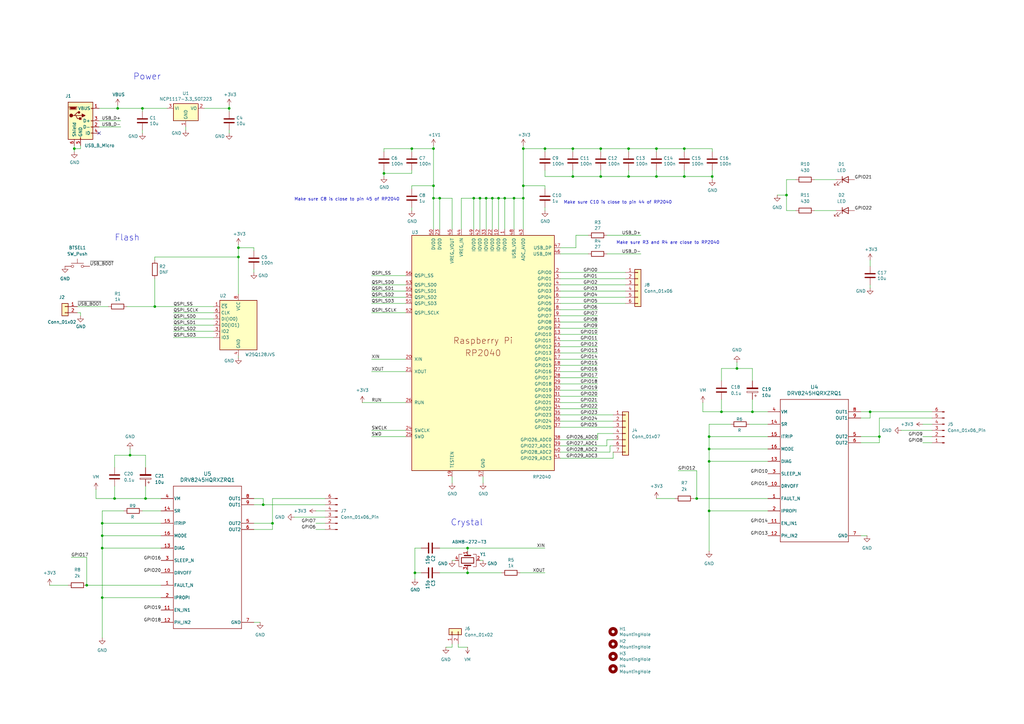
<source format=kicad_sch>
(kicad_sch (version 20250114) (generator "eeschema") (generator_version "9.0")
  (paper "A3")
  (title_block (title "RP2040 Minimal Design Example") (date "2024-01-16") (rev "REV2") (company "Raspberry Pi Ltd"))
  (text "Power" (at 54.61 33.02 0) (effects (font (size 2.54 2.54)) (justify left bottom)))
  (text "Crystal" (at 184.785 215.9 0) (effects (font (size 2.54 2.54)) (justify left bottom)))
  (text "Make sure C8 is close to pin 45 of RP2040" (at 120.65 82.55 0) (effects (font (size 1.27 1.27)) (justify left bottom)))
  (text "Make sure C10 is close to pin 44 of RP2040" (at 231.14 83.82 0) (effects (font (size 1.27 1.27)) (justify left bottom)))
  (text "Make sure R3 and R4 are close to RP2040" (at 252.73 100.33 0) (effects (font (size 1.27 1.27)) (justify left bottom)))
  (text "Flash" (at 46.99 99.06 0) (effects (font (size 2.54 2.54)) (justify left bottom)))
  (junction (at 201.93 81.28))
  (junction (at 199.39 81.28))
  (junction (at 290.83 179.07))
  (junction (at 97.79 105.41))
  (junction (at 46.99 204.47))
  (junction (at 177.8 76.2))
  (junction (at 356.87 168.91))
  (junction (at 214.63 76.2))
  (junction (at 168.91 60.96))
  (junction (at 35.56 240.03))
  (junction (at 170.18 234.95))
  (junction (at 223.52 60.96))
  (junction (at 246.38 72.39))
  (junction (at 257.81 60.96))
  (junction (at 290.83 184.15))
  (junction (at 191.77 224.79))
  (junction (at 246.38 60.96))
  (junction (at 177.8 81.28))
  (junction (at 41.91 219.71))
  (junction (at 53.34 186.69))
  (junction (at 322.58 80.01))
  (junction (at 180.34 81.28))
  (junction (at 204.47 81.28))
  (junction (at 157.48 71.12))
  (junction (at 295.91 168.91))
  (junction (at 93.98 44.45))
  (junction (at 41.91 214.63))
  (junction (at 285.75 204.47))
  (junction (at 280.67 60.96))
  (junction (at 290.83 209.55))
  (junction (at 41.91 245.11))
  (junction (at 292.1 72.39))
  (junction (at 191.77 234.95))
  (junction (at 302.26 151.13))
  (junction (at 48.26 44.45))
  (junction (at 257.81 72.39))
  (junction (at 41.91 224.79))
  (junction (at 97.79 101.6))
  (junction (at 30.48 60.96))
  (junction (at 177.8 60.96))
  (junction (at 234.95 72.39))
  (junction (at 269.24 72.39))
  (junction (at 58.42 44.45))
  (junction (at 59.69 204.47))
  (junction (at 207.01 81.28))
  (junction (at 214.63 81.28))
  (junction (at 63.5 125.73))
  (junction (at 360.68 179.07))
  (junction (at 107.95 207.01))
  (junction (at 196.85 81.28))
  (junction (at 214.63 60.96))
  (junction (at 290.83 189.23))
  (junction (at 194.31 81.28))
  (junction (at 269.24 60.96))
  (junction (at 280.67 72.39))
  (junction (at 111.76 214.63))
  (junction (at 308.61 168.91))
  (junction (at 210.82 81.28))
  (junction (at 234.95 60.96))
  (no_connect (at 40.64 54.61))
  (wire (pts (xy 299.72 173.99) (xy 290.83 173.99)))
  (wire (pts (xy 177.8 81.28) (xy 177.8 93.98)))
  (wire (pts (xy 285.75 193.04) (xy 285.75 204.47)))
  (wire (pts (xy 229.87 137.16) (xy 245.11 137.16)))
  (wire (pts (xy 157.48 71.12) (xy 168.91 71.12)))
  (wire (pts (xy 236.22 96.52) (xy 236.22 101.6)))
  (wire (pts (xy 48.26 44.45) (xy 58.42 44.45)))
  (wire (pts (xy 295.91 168.91) (xy 308.61 168.91)))
  (wire (pts (xy 246.38 60.96) (xy 257.81 60.96)))
  (wire (pts (xy 269.24 204.47) (xy 276.86 204.47)))
  (wire (pts (xy 207.01 81.28) (xy 210.82 81.28)))
  (wire (pts (xy 41.91 219.71) (xy 66.04 219.71)))
  (wire (pts (xy 290.83 189.23) (xy 314.96 189.23)))
  (wire (pts (xy 104.14 217.17) (xy 111.76 217.17)))
  (wire (pts (xy 290.83 179.07) (xy 290.83 184.15)))
  (wire (pts (xy 356.87 116.84) (xy 356.87 118.11)))
  (wire (pts (xy 87.63 138.43) (xy 71.12 138.43)))
  (wire (pts (xy 129.54 209.55) (xy 133.35 209.55)))
  (wire (pts (xy 246.38 62.23) (xy 246.38 60.96)))
  (wire (pts (xy 177.8 59.69) (xy 177.8 60.96)))
  (wire (pts (xy 229.87 149.86) (xy 245.11 149.86)))
  (wire (pts (xy 322.58 86.36) (xy 326.39 86.36)))
  (wire (pts (xy 97.79 101.6) (xy 97.79 105.41)))
  (wire (pts (xy 104.14 214.63) (xy 111.76 214.63)))
  (wire (pts (xy 58.42 53.34) (xy 58.42 54.61)))
  (wire (pts (xy 229.87 175.26) (xy 251.46 175.26)))
  (wire (pts (xy 251.46 182.88) (xy 250.19 182.88)))
  (wire (pts (xy 39.37 200.66) (xy 39.37 204.47)))
  (wire (pts (xy 194.31 81.28) (xy 196.85 81.28)))
  (wire (pts (xy 251.46 177.8) (xy 245.11 177.8)))
  (wire (pts (xy 229.87 170.18) (xy 251.46 170.18)))
  (wire (pts (xy 48.26 43.18) (xy 48.26 44.45)))
  (wire (pts (xy 229.87 104.14) (xy 241.3 104.14)))
  (wire (pts (xy 191.77 265.43) (xy 187.96 265.43)))
  (wire (pts (xy 326.39 73.66) (xy 322.58 73.66)))
  (wire (pts (xy 360.68 179.07) (xy 360.68 171.45)))
  (wire (pts (xy 53.34 184.15) (xy 53.34 186.69)))
  (wire (pts (xy 229.87 111.76) (xy 256.54 111.76)))
  (wire (pts (xy 318.77 80.01) (xy 322.58 80.01)))
  (wire (pts (xy 29.21 228.6) (xy 35.56 228.6)))
  (wire (pts (xy 71.12 128.27) (xy 87.63 128.27)))
  (wire (pts (xy 41.91 224.79) (xy 66.04 224.79)))
  (wire (pts (xy 97.79 100.33) (xy 97.79 101.6)))
  (wire (pts (xy 248.92 96.52) (xy 262.89 96.52)))
  (wire (pts (xy 185.42 93.98) (xy 185.42 81.28)))
  (wire (pts (xy 314.96 179.07) (xy 290.83 179.07)))
  (wire (pts (xy 246.38 69.85) (xy 246.38 72.39)))
  (wire (pts (xy 46.99 199.39) (xy 46.99 204.47)))
  (wire (pts (xy 229.87 116.84) (xy 256.54 116.84)))
  (wire (pts (xy 58.42 45.72) (xy 58.42 44.45)))
  (wire (pts (xy 177.8 76.2) (xy 177.8 81.28)))
  (wire (pts (xy 185.42 229.87) (xy 186.69 229.87)))
  (wire (pts (xy 189.23 81.28) (xy 194.31 81.28)))
  (wire (pts (xy 157.48 60.96) (xy 168.91 60.96)))
  (wire (pts (xy 302.26 151.13) (xy 308.61 151.13)))
  (wire (pts (xy 229.87 185.42) (xy 250.19 185.42)))
  (wire (pts (xy 63.5 114.3) (xy 63.5 125.73)))
  (wire (pts (xy 353.06 171.45) (xy 356.87 171.45)))
  (wire (pts (xy 187.96 264.16) (xy 187.96 265.43)))
  (wire (pts (xy 157.48 69.85) (xy 157.48 71.12)))
  (wire (pts (xy 334.01 73.66) (xy 342.9 73.66)))
  (wire (pts (xy 39.37 204.47) (xy 46.99 204.47)))
  (wire (pts (xy 196.85 229.87) (xy 198.12 229.87)))
  (wire (pts (xy 152.4 124.46) (xy 166.37 124.46)))
  (wire (pts (xy 180.34 224.79) (xy 191.77 224.79)))
  (wire (pts (xy 308.61 163.83) (xy 308.61 168.91)))
  (wire (pts (xy 308.61 168.91) (xy 314.96 168.91)))
  (wire (pts (xy 93.98 45.72) (xy 93.98 44.45)))
  (wire (pts (xy 214.63 81.28) (xy 214.63 93.98)))
  (wire (pts (xy 168.91 60.96) (xy 177.8 60.96)))
  (wire (pts (xy 284.48 204.47) (xy 285.75 204.47)))
  (wire (pts (xy 44.45 125.73) (xy 31.75 125.73)))
  (wire (pts (xy 214.63 76.2) (xy 223.52 76.2)))
  (wire (pts (xy 97.79 146.685) (xy 97.79 146.05)))
  (wire (pts (xy 360.68 181.61) (xy 360.68 179.07)))
  (wire (pts (xy 199.39 93.98) (xy 199.39 81.28)))
  (wire (pts (xy 40.64 49.53) (xy 49.53 49.53)))
  (wire (pts (xy 177.8 60.96) (xy 177.8 76.2)))
  (wire (pts (xy 295.91 151.13) (xy 302.26 151.13)))
  (wire (pts (xy 210.82 81.28) (xy 214.63 81.28)))
  (wire (pts (xy 152.4 119.38) (xy 166.37 119.38)))
  (wire (pts (xy 59.69 199.39) (xy 59.69 204.47)))
  (wire (pts (xy 334.01 86.36) (xy 342.9 86.36)))
  (wire (pts (xy 269.24 62.23) (xy 269.24 60.96)))
  (wire (pts (xy 378.46 179.07) (xy 382.27 179.07)))
  (wire (pts (xy 196.85 81.28) (xy 199.39 81.28)))
  (wire (pts (xy 87.63 133.35) (xy 71.12 133.35)))
  (wire (pts (xy 111.76 204.47) (xy 111.76 214.63)))
  (wire (pts (xy 223.52 62.23) (xy 223.52 60.96)))
  (wire (pts (xy 378.46 173.99) (xy 382.27 173.99)))
  (wire (pts (xy 41.91 209.55) (xy 41.91 214.63)))
  (wire (pts (xy 214.63 60.96) (xy 223.52 60.96)))
  (wire (pts (xy 104.14 101.6) (xy 97.79 101.6)))
  (wire (pts (xy 207.01 81.28) (xy 207.01 93.98)))
  (wire (pts (xy 196.85 93.98) (xy 196.85 81.28)))
  (wire (pts (xy 33.02 59.69) (xy 33.02 60.96)))
  (wire (pts (xy 191.77 233.68) (xy 191.77 234.95)))
  (wire (pts (xy 170.18 234.95) (xy 170.18 237.49)))
  (wire (pts (xy 285.75 204.47) (xy 314.96 204.47)))
  (wire (pts (xy 295.91 156.21) (xy 295.91 151.13)))
  (wire (pts (xy 229.87 101.6) (xy 236.22 101.6)))
  (wire (pts (xy 290.83 209.55) (xy 290.83 189.23)))
  (wire (pts (xy 129.54 214.63) (xy 133.35 214.63)))
  (wire (pts (xy 104.14 207.01) (xy 107.95 207.01)))
  (wire (pts (xy 214.63 60.96) (xy 214.63 76.2)))
  (wire (pts (xy 76.2 52.07) (xy 76.2 53.34)))
  (wire (pts (xy 166.37 152.4) (xy 152.4 152.4)))
  (wire (pts (xy 166.37 113.03) (xy 152.4 113.03)))
  (wire (pts (xy 269.24 60.96) (xy 280.67 60.96)))
  (wire (pts (xy 292.1 69.85) (xy 292.1 72.39)))
  (wire (pts (xy 213.36 234.95) (xy 223.52 234.95)))
  (wire (pts (xy 356.87 168.91) (xy 382.27 168.91)))
  (wire (pts (xy 83.82 44.45) (xy 93.98 44.45)))
  (wire (pts (xy 107.95 207.01) (xy 133.35 207.01)))
  (wire (pts (xy 229.87 147.32) (xy 245.11 147.32)))
  (wire (pts (xy 229.87 127) (xy 245.11 127)))
  (wire (pts (xy 168.91 71.12) (xy 168.91 69.85)))
  (wire (pts (xy 234.95 62.23) (xy 234.95 60.96)))
  (wire (pts (xy 234.95 72.39) (xy 223.52 72.39)))
  (wire (pts (xy 229.87 180.34) (xy 245.11 180.34)))
  (wire (pts (xy 308.61 151.13) (xy 308.61 156.21)))
  (wire (pts (xy 20.32 240.03) (xy 27.94 240.03)))
  (wire (pts (xy 214.63 76.2) (xy 214.63 81.28)))
  (wire (pts (xy 214.63 59.69) (xy 214.63 60.96)))
  (wire (pts (xy 50.8 209.55) (xy 41.91 209.55)))
  (wire (pts (xy 229.87 129.54) (xy 245.11 129.54)))
  (wire (pts (xy 168.91 77.47) (xy 168.91 76.2)))
  (wire (pts (xy 87.63 135.89) (xy 71.12 135.89)))
  (wire (pts (xy 31.75 128.27) (xy 33.02 128.27)))
  (wire (pts (xy 234.95 60.96) (xy 246.38 60.96)))
  (wire (pts (xy 378.46 181.61) (xy 382.27 181.61)))
  (wire (pts (xy 52.07 125.73) (xy 63.5 125.73)))
  (wire (pts (xy 30.48 59.69) (xy 30.48 60.96)))
  (wire (pts (xy 290.83 184.15) (xy 314.96 184.15)))
  (wire (pts (xy 245.11 177.8) (xy 245.11 180.34)))
  (wire (pts (xy 229.87 187.96) (xy 251.46 187.96)))
  (wire (pts (xy 104.14 204.47) (xy 107.95 204.47)))
  (wire (pts (xy 290.83 226.06) (xy 290.83 209.55)))
  (wire (pts (xy 41.91 245.11) (xy 41.91 224.79)))
  (wire (pts (xy 148.59 165.1) (xy 166.37 165.1)))
  (wire (pts (xy 234.95 69.85) (xy 234.95 72.39)))
  (wire (pts (xy 288.29 168.91) (xy 295.91 168.91)))
  (wire (pts (xy 180.34 93.98) (xy 180.34 81.28)))
  (wire (pts (xy 280.67 72.39) (xy 292.1 72.39)))
  (wire (pts (xy 33.02 60.96) (xy 30.48 60.96)))
  (wire (pts (xy 251.46 180.34) (xy 248.92 180.34)))
  (wire (pts (xy 68.58 44.45) (xy 58.42 44.45)))
  (wire (pts (xy 322.58 80.01) (xy 322.58 86.36)))
  (wire (pts (xy 269.24 69.85) (xy 269.24 72.39)))
  (wire (pts (xy 250.19 182.88) (xy 250.19 185.42)))
  (wire (pts (xy 223.52 60.96) (xy 234.95 60.96)))
  (wire (pts (xy 223.52 85.09) (xy 223.52 86.36)))
  (wire (pts (xy 229.87 132.08) (xy 245.11 132.08)))
  (wire (pts (xy 204.47 93.98) (xy 204.47 81.28)))
  (wire (pts (xy 180.34 234.95) (xy 191.77 234.95)))
  (wire (pts (xy 251.46 185.42) (xy 251.46 187.96)))
  (wire (pts (xy 172.72 234.95) (xy 170.18 234.95)))
  (wire (pts (xy 46.99 204.47) (xy 59.69 204.47)))
  (wire (pts (xy 191.77 234.95) (xy 205.74 234.95)))
  (wire (pts (xy 59.69 186.69) (xy 59.69 191.77)))
  (wire (pts (xy 307.34 173.99) (xy 314.96 173.99)))
  (wire (pts (xy 229.87 119.38) (xy 256.54 119.38)))
  (wire (pts (xy 107.95 207.01) (xy 107.95 204.47)))
  (wire (pts (xy 292.1 62.23) (xy 292.1 60.96)))
  (wire (pts (xy 166.37 179.07) (xy 152.4 179.07)))
  (wire (pts (xy 199.39 81.28) (xy 201.93 81.28)))
  (wire (pts (xy 292.1 72.39) (xy 292.1 73.66)))
  (wire (pts (xy 356.87 106.68) (xy 356.87 109.22)))
  (wire (pts (xy 229.87 157.48) (xy 245.11 157.48)))
  (wire (pts (xy 295.91 163.83) (xy 295.91 168.91)))
  (wire (pts (xy 360.68 171.45) (xy 382.27 171.45)))
  (wire (pts (xy 166.37 128.27) (xy 152.4 128.27)))
  (wire (pts (xy 111.76 204.47) (xy 133.35 204.47)))
  (wire (pts (xy 198.12 195.58) (xy 198.12 198.12)))
  (wire (pts (xy 168.91 76.2) (xy 177.8 76.2)))
  (wire (pts (xy 229.87 154.94) (xy 245.11 154.94)))
  (wire (pts (xy 87.63 130.81) (xy 71.12 130.81)))
  (wire (pts (xy 246.38 72.39) (xy 234.95 72.39)))
  (wire (pts (xy 223.52 69.85) (xy 223.52 72.39)))
  (wire (pts (xy 185.42 195.58) (xy 185.42 198.12)))
  (wire (pts (xy 229.87 160.02) (xy 245.11 160.02)))
  (wire (pts (xy 172.72 224.79) (xy 170.18 224.79)))
  (wire (pts (xy 229.87 139.7) (xy 245.11 139.7)))
  (wire (pts (xy 41.91 214.63) (xy 41.91 219.71)))
  (wire (pts (xy 229.87 165.1) (xy 245.11 165.1)))
  (wire (pts (xy 35.56 240.03) (xy 66.04 240.03)))
  (wire (pts (xy 120.65 212.09) (xy 133.35 212.09)))
  (wire (pts (xy 180.34 81.28) (xy 177.8 81.28)))
  (wire (pts (xy 104.14 255.27) (xy 106.68 255.27)))
  (wire (pts (xy 248.92 104.14) (xy 262.89 104.14)))
  (wire (pts (xy 41.91 219.71) (xy 41.91 224.79)))
  (wire (pts (xy 353.06 168.91) (xy 356.87 168.91)))
  (wire (pts (xy 229.87 144.78) (xy 245.11 144.78)))
  (wire (pts (xy 353.06 179.07) (xy 360.68 179.07)))
  (wire (pts (xy 58.42 209.55) (xy 66.04 209.55)))
  (wire (pts (xy 280.67 72.39) (xy 269.24 72.39)))
  (wire (pts (xy 170.18 224.79) (xy 170.18 234.95)))
  (wire (pts (xy 46.99 191.77) (xy 46.99 186.69)))
  (wire (pts (xy 290.83 184.15) (xy 290.83 189.23)))
  (wire (pts (xy 288.29 165.1) (xy 288.29 168.91)))
  (wire (pts (xy 191.77 226.06) (xy 191.77 224.79)))
  (wire (pts (xy 152.4 116.84) (xy 166.37 116.84)))
  (wire (pts (xy 353.06 219.71) (xy 355.6 219.71)))
  (wire (pts (xy 201.93 81.28) (xy 204.47 81.28)))
  (wire (pts (xy 229.87 134.62) (xy 245.11 134.62)))
  (wire (pts (xy 229.87 152.4) (xy 245.11 152.4)))
  (wire (pts (xy 157.48 62.23) (xy 157.48 60.96)))
  (wire (pts (xy 236.22 96.52) (xy 241.3 96.52)))
  (wire (pts (xy 104.14 110.49) (xy 104.14 111.76)))
  (wire (pts (xy 157.48 71.12) (xy 157.48 72.39)))
  (wire (pts (xy 280.67 69.85) (xy 280.67 72.39)))
  (wire (pts (xy 152.4 147.32) (xy 166.37 147.32)))
  (wire (pts (xy 229.87 142.24) (xy 245.11 142.24)))
  (wire (pts (xy 257.81 60.96) (xy 269.24 60.96)))
  (wire (pts (xy 223.52 77.47) (xy 223.52 76.2)))
  (wire (pts (xy 182.88 265.43) (xy 185.42 265.43)))
  (wire (pts (xy 152.4 121.92) (xy 166.37 121.92)))
  (wire (pts (xy 229.87 124.46) (xy 256.54 124.46)))
  (wire (pts (xy 229.87 167.64) (xy 245.11 167.64)))
  (wire (pts (xy 229.87 114.3) (xy 256.54 114.3)))
  (wire (pts (xy 257.81 72.39) (xy 246.38 72.39)))
  (wire (pts (xy 248.92 180.34) (xy 248.92 182.88)))
  (wire (pts (xy 35.56 240.03) (xy 35.56 228.6)))
  (wire (pts (xy 104.14 102.87) (xy 104.14 101.6)))
  (wire (pts (xy 269.24 72.39) (xy 257.81 72.39)))
  (wire (pts (xy 356.87 171.45) (xy 356.87 168.91)))
  (wire (pts (xy 290.83 209.55) (xy 314.96 209.55)))
  (wire (pts (xy 111.76 217.17) (xy 111.76 214.63)))
  (wire (pts (xy 204.47 81.28) (xy 207.01 81.28)))
  (wire (pts (xy 63.5 125.73) (xy 87.63 125.73)))
  (wire (pts (xy 194.31 93.98) (xy 194.31 81.28)))
  (wire (pts (xy 40.64 44.45) (xy 48.26 44.45)))
  (wire (pts (xy 278.13 193.04) (xy 285.75 193.04)))
  (wire (pts (xy 66.04 214.63) (xy 41.91 214.63)))
  (wire (pts (xy 353.06 181.61) (xy 360.68 181.61)))
  (wire (pts (xy 41.91 261.62) (xy 41.91 245.11)))
  (wire (pts (xy 201.93 93.98) (xy 201.93 81.28)))
  (wire (pts (xy 168.91 62.23) (xy 168.91 60.96)))
  (wire (pts (xy 290.83 173.99) (xy 290.83 179.07)))
  (wire (pts (xy 185.42 81.28) (xy 180.34 81.28)))
  (wire (pts (xy 280.67 60.96) (xy 292.1 60.96)))
  (wire (pts (xy 280.67 62.23) (xy 280.67 60.96)))
  (wire (pts (xy 185.42 265.43) (xy 185.42 264.16)))
  (wire (pts (xy 129.54 217.17) (xy 133.35 217.17)))
  (wire (pts (xy 257.81 69.85) (xy 257.81 72.39)))
  (wire (pts (xy 229.87 162.56) (xy 245.11 162.56)))
  (wire (pts (xy 229.87 172.72) (xy 251.46 172.72)))
  (wire (pts (xy 210.82 93.98) (xy 210.82 81.28)))
  (wire (pts (xy 257.81 62.23) (xy 257.81 60.96)))
  (wire (pts (xy 59.69 204.47) (xy 66.04 204.47)))
  (wire (pts (xy 166.37 176.53) (xy 152.4 176.53)))
  (wire (pts (xy 322.58 73.66) (xy 322.58 80.01)))
  (wire (pts (xy 46.99 186.69) (xy 53.34 186.69)))
  (wire (pts (xy 41.91 245.11) (xy 66.04 245.11)))
  (wire (pts (xy 189.23 93.98) (xy 189.23 81.28)))
  (wire (pts (xy 168.91 85.09) (xy 168.91 86.36)))
  (wire (pts (xy 93.98 53.34) (xy 93.98 54.61)))
  (wire (pts (xy 30.48 60.96) (xy 30.48 62.23)))
  (wire (pts (xy 63.5 106.68) (xy 63.5 105.41)))
  (wire (pts (xy 63.5 105.41) (xy 97.79 105.41)))
  (wire (pts (xy 93.98 44.45) (xy 93.98 43.18)))
  (wire (pts (xy 229.87 182.88) (xy 248.92 182.88)))
  (wire (pts (xy 229.87 121.92) (xy 256.54 121.92)))
  (wire (pts (xy 369.57 176.53) (xy 382.27 176.53)))
  (wire (pts (xy 40.64 52.07) (xy 49.53 52.07)))
  (wire (pts (xy 33.02 128.27) (xy 33.02 129.54)))
  (wire (pts (xy 97.79 105.41) (xy 97.79 120.65)))
  (wire (pts (xy 53.34 186.69) (xy 59.69 186.69)))
  (wire (pts (xy 302.26 148.59) (xy 302.26 151.13)))
  (wire (pts (xy 191.77 224.79) (xy 223.52 224.79)))
  (label "XOUT" (at 223.52 234.95 180))
  (label "GPIO15" (at 314.96 199.39 180))
  (label "USB_D-" (at 49.53 52.07 180))
  (label "QSPI_SS" (at 71.12 125.73 0))
  (label "QSPI_SD3" (at 71.12 138.43 0))
  (label "QSPI_SD2" (at 152.4 121.92 0))
  (label "GPIO10" (at 314.96 194.31 180))
  (label "USB_D-" (at 262.89 104.14 180))
  (label "GPIO4" (at 245.11 121.92 180))
  (label "GPIO16" (at 66.04 229.87 180))
  (label "RUN" (at 152.4 165.1 0))
  (label "GPIO12" (at 278.13 193.04 0))
  (label "XOUT" (at 152.4 152.4 0))
  (label "GPIO20" (at 66.04 234.95 180))
  (label "GPIO29_ADC3" (at 245.11 187.96 180))
  (label "QSPI_SD1" (at 152.4 119.38 0))
  (label "GPIO13" (at 245.11 144.78 180))
  (label "GPIO19" (at 66.04 250.19 180))
  (label "GPIO6" (at 245.11 127 180))
  (label "USB_D+" (at 262.89 96.52 180))
  (label "SWD" (at 152.4 179.07 0))
  (label "GPIO20" (at 245.11 162.56 180))
  (label "QSPI_SD1" (at 71.12 133.35 0))
  (label "QSPI_SD3" (at 152.4 124.46 0))
  (label "GPIO18" (at 245.11 157.48 180))
  (label "GPIO25" (at 245.11 175.26 180))
  (label "GPIO0" (at 245.11 111.76 180))
  (label "GPIO8" (at 378.46 181.61 180))
  (label "GPIO21" (at 245.11 165.1 180))
  (label "GPIO11" (at 245.11 139.7 180))
  (label "GPIO9" (at 378.46 179.07 180))
  (label "GPIO27_ADC1" (at 245.11 182.88 180))
  (label "GPIO18" (at 66.04 255.27 180))
  (label "GPIO7" (at 129.54 214.63 180))
  (label "GPIO1" (at 245.11 114.3 180))
  (label "XIN" (at 223.52 224.79 180))
  (label "USB_D+" (at 49.53 49.53 180))
  (label "GPIO13" (at 314.96 219.71 180))
  (label "~{USB_BOOT}" (at 36.83 109.22 0))
  (label "GPIO14" (at 245.11 147.32 180))
  (label "GPIO3" (at 245.11 119.38 180))
  (label "GPIO10" (at 245.11 137.16 180))
  (label "GPIO23" (at 245.11 170.18 180))
  (label "SWCLK" (at 152.4 176.53 0))
  (label "GPIO22" (at 350.52 86.36 0))
  (label "QSPI_SCLK" (at 152.4 128.27 0))
  (label "QSPI_SD0" (at 152.4 116.84 0))
  (label "GPIO17" (at 245.11 154.94 180))
  (label "GPIO2" (at 245.11 116.84 180))
  (label "GPIO9" (at 245.11 134.62 180))
  (label "GPIO15" (at 245.11 149.86 180))
  (label "GPIO12" (at 245.11 142.24 180))
  (label "GPIO24" (at 245.11 172.72 180))
  (label "GPIO5" (at 245.11 124.46 180))
  (label "GPIO22" (at 245.11 167.64 180))
  (label "GPIO19" (at 245.11 160.02 180))
  (label "QSPI_SS" (at 152.4 113.03 0))
  (label "QSPI_SD2" (at 71.12 135.89 0))
  (label "QSPI_SD0" (at 71.12 130.81 0))
  (label "GPIO14" (at 314.96 214.63 180))
  (label "QSPI_SCLK" (at 71.12 128.27 0))
  (label "~{USB_BOOT}" (at 31.75 125.73 0))
  (label "GPIO21" (at 350.52 73.66 0))
  (label "GPIO26_ADC0" (at 245.11 180.34 180))
  (label "GPIO28_ADC2" (at 245.11 185.42 180))
  (label "GPIO16" (at 245.11 152.4 180))
  (label "GPIO8" (at 245.11 132.08 180))
  (label "XIN" (at 152.4 147.32 0))
  (label "GPIO6" (at 129.54 217.17 180))
  (label "GPIO7" (at 245.11 129.54 180))
  (label "GPIO17" (at 29.21 228.6 0))
  (symbol (lib_id "MCU_RaspberryPi_RP2040:RP2040") (at 198.12 144.78 0) (unit 1)
    (property "Reference" "U3" (at 170.18 95.25 0))
    (property "Value" "RP2040" (at 222.25 195.58 0))
    (property "Footprint" "RP2040_minimal:RP2040-QFN-56" (effects (hide yes)))
  )
  (symbol (lib_id "Memory_Flash:W25Q128JVS") (at 97.79 133.35 0) (unit 1)
    (property "Reference" "U2" (at 91.44 121.285 0))
    (property "Value" "W25Q128JVS" (at 106.68 145.415 0))
    (property "Footprint" "Package_SO:SOIC-8_5.23x5.23mm_P1.27mm" (effects (hide yes)))
    (property "Datasheet" "http://www.winbond.com/resource-files/w25q128jv_dtr%20revc%2003272018%20plus.pdf" (effects (hide yes)))
  )
  (symbol (lib_id "power:+3V3") (at 97.79 100.33 0) (unit 1)
    (property "Reference" "#PWR07" (effects (hide yes)))
    (property "Value" "+3V3" (at 98.171 95.9358 0))
  )
  (symbol (lib_id "power:GND") (at 97.79 146.685 0) (unit 1)
    (property "Reference" "#PWR08" (effects (hide yes)))
    (property "Value" "GND" (at 93.98 147.955 0))
  )
  (symbol (lib_id "Device:R") (at 63.5 110.49 0) (unit 1)
    (property "Reference" "R2" (at 65.278 109.3216 0) (effects (justify left)))
    (property "Value" "DNF" (at 65.278 111.633 0) (effects (justify left)))
    (property "Footprint" "Resistor_SMD:R_0603_1608Metric_Pad0.98x0.95mm_HandSolder" (effects (hide yes)))
  )
  (symbol (lib_id "Device:R") (at 48.26 125.73 270) (unit 1)
    (property "Reference" "R1" (at 48.26 120.4722 90))
    (property "Value" "1k" (at 48.26 122.7836 90))
    (property "Footprint" "Resistor_SMD:R_0603_1608Metric_Pad0.98x0.95mm_HandSolder" (effects (hide yes)))
  )
  (symbol (lib_id "Device:C") (at 104.14 106.68 0) (unit 1)
    (property "Reference" "C5" (at 107.061 105.5116 0) (effects (justify left)))
    (property "Value" "100n" (at 107.061 107.823 0) (effects (justify left)))
    (property "Footprint" "Capacitor_SMD:C_0603_1608Metric_Pad1.08x0.95mm_HandSolder" (effects (hide yes)))
  )
  (symbol (lib_id "power:GND") (at 104.14 111.76 0) (unit 1)
    (property "Reference" "#PWR011" (effects (hide yes)))
    (property "Value" "GND" (at 107.95 113.03 0))
  )
  (symbol (lib_id "Connector:USB_B_Micro") (at 33.02 49.53 0) (unit 1)
    (property "Reference" "J1" (at 29.21 39.37 0) (effects (justify right)))
    (property "Value" "USB_B_Micro" (at 46.99 59.69 0) (effects (justify right)))
    (property "Footprint" "RP2040_minimal:USB_Micro-B_Amphenol_10103594-0001LF_Horizontal_modified" (effects (hide yes)))
  )
  (symbol (lib_id "power:GND") (at 198.12 198.12 0) (unit 1)
    (property "Reference" "#PWR016" (effects (hide yes)))
    (property "Value" "GND" (at 198.247 202.5142 0))
  )
  (symbol (lib_id "power:GND") (at 185.42 198.12 0) (unit 1)
    (property "Reference" "#PWR015" (effects (hide yes)))
    (property "Value" "GND" (at 185.547 202.5142 0))
  )
  (symbol (lib_id "Device:R") (at 245.11 96.52 270) (unit 1)
    (property "Reference" "R3" (at 245.11 91.2622 90))
    (property "Value" "27" (at 245.11 93.5736 90))
    (property "Footprint" "Resistor_SMD:R_0603_1608Metric_Pad0.98x0.95mm_HandSolder" (effects (hide yes)))
  )
  (symbol (lib_id "Device:R") (at 245.11 104.14 270) (unit 1)
    (property "Reference" "R4" (at 245.11 98.8822 90))
    (property "Value" "27" (at 245.11 101.1936 90))
    (property "Footprint" "Resistor_SMD:R_0603_1608Metric_Pad0.98x0.95mm_HandSolder" (effects (hide yes)))
  )
  (symbol (lib_id "power:GND") (at 30.48 62.23 0) (unit 1)
    (property "Reference" "#PWR01" (effects (hide yes)))
    (property "Value" "GND" (at 30.607 66.6242 0))
  )
  (symbol (lib_id "power:+3V3") (at 214.63 59.69 0) (unit 1)
    (property "Reference" "#PWR017" (effects (hide yes)))
    (property "Value" "+3V3" (at 215.011 55.2958 0))
  )
  (symbol (lib_id "power:+1V1") (at 177.8 59.69 0) (unit 1)
    (property "Reference" "#PWR014" (effects (hide yes)))
    (property "Value" "+1V1" (at 178.181 55.2958 0))
  )
  (symbol (lib_id "Device:C") (at 223.52 66.04 0) (unit 1)
    (property "Reference" "C9" (at 226.441 64.8716 0) (effects (justify left)))
    (property "Value" "100n" (at 226.441 67.183 0) (effects (justify left)))
    (property "Footprint" "Capacitor_SMD:C_0603_1608Metric_Pad1.08x0.95mm_HandSolder" (effects (hide yes)))
  )
  (symbol (lib_id "Device:C") (at 234.95 66.04 0) (unit 1)
    (property "Reference" "C11" (at 237.871 64.8716 0) (effects (justify left)))
    (property "Value" "100n" (at 237.871 67.183 0) (effects (justify left)))
    (property "Footprint" "Capacitor_SMD:C_0603_1608Metric_Pad1.08x0.95mm_HandSolder" (effects (hide yes)))
  )
  (symbol (lib_id "Device:C") (at 246.38 66.04 0) (unit 1)
    (property "Reference" "C12" (at 249.301 64.8716 0) (effects (justify left)))
    (property "Value" "100n" (at 249.301 67.183 0) (effects (justify left)))
    (property "Footprint" "Capacitor_SMD:C_0603_1608Metric_Pad1.08x0.95mm_HandSolder" (effects (hide yes)))
  )
  (symbol (lib_id "Device:C") (at 257.81 66.04 0) (unit 1)
    (property "Reference" "C13" (at 260.731 64.8716 0) (effects (justify left)))
    (property "Value" "100n" (at 260.731 67.183 0) (effects (justify left)))
    (property "Footprint" "Capacitor_SMD:C_0603_1608Metric_Pad1.08x0.95mm_HandSolder" (effects (hide yes)))
  )
  (symbol (lib_id "Device:C") (at 269.24 66.04 0) (unit 1)
    (property "Reference" "C14" (at 272.161 64.8716 0) (effects (justify left)))
    (property "Value" "100n" (at 272.161 67.183 0) (effects (justify left)))
    (property "Footprint" "Capacitor_SMD:C_0603_1608Metric_Pad1.08x0.95mm_HandSolder" (effects (hide yes)))
  )
  (symbol (lib_id "Device:C") (at 280.67 66.04 0) (unit 1)
    (property "Reference" "C15" (at 283.591 64.8716 0) (effects (justify left)))
    (property "Value" "100n" (at 283.591 67.183 0) (effects (justify left)))
    (property "Footprint" "Capacitor_SMD:C_0603_1608Metric_Pad1.08x0.95mm_HandSolder" (effects (hide yes)))
  )
  (symbol (lib_id "Device:C") (at 292.1 66.04 0) (unit 1)
    (property "Reference" "C16" (at 295.021 64.8716 0) (effects (justify left)))
    (property "Value" "100n" (at 295.021 67.183 0) (effects (justify left)))
    (property "Footprint" "Capacitor_SMD:C_0603_1608Metric_Pad1.08x0.95mm_HandSolder" (effects (hide yes)))
  )
  (symbol (lib_id "Device:C") (at 157.48 66.04 0) (unit 1)
    (property "Reference" "C6" (at 160.401 64.8716 0) (effects (justify left)))
    (property "Value" "100n" (at 160.401 67.183 0) (effects (justify left)))
    (property "Footprint" "Capacitor_SMD:C_0603_1608Metric_Pad1.08x0.95mm_HandSolder" (effects (hide yes)))
  )
  (symbol (lib_id "Device:C") (at 168.91 66.04 0) (unit 1)
    (property "Reference" "C7" (at 171.831 64.8716 0) (effects (justify left)))
    (property "Value" "100n" (at 171.831 67.183 0) (effects (justify left)))
    (property "Footprint" "Capacitor_SMD:C_0603_1608Metric_Pad1.08x0.95mm_HandSolder" (effects (hide yes)))
  )
  (symbol (lib_id "Device:C") (at 168.91 81.28 0) (unit 1)
    (property "Reference" "C8" (at 171.831 80.1116 0) (effects (justify left)))
    (property "Value" "1u" (at 171.831 82.423 0) (effects (justify left)))
    (property "Footprint" "Capacitor_SMD:C_0603_1608Metric_Pad1.08x0.95mm_HandSolder" (effects (hide yes)))
  )
  (symbol (lib_id "Device:C") (at 223.52 81.28 0) (unit 1)
    (property "Reference" "C10" (at 226.441 80.1116 0) (effects (justify left)))
    (property "Value" "1u" (at 226.441 82.423 0) (effects (justify left)))
    (property "Footprint" "Capacitor_SMD:C_0603_1608Metric_Pad1.08x0.95mm_HandSolder" (effects (hide yes)))
  )
  (symbol (lib_id "Mechanical:MountingHole") (at 251.46 259.08 0) (unit 1)
    (property "Reference" "H1" (at 254 257.9116 0) (effects (justify left)))
    (property "Value" "MountingHole" (at 254 260.223 0) (effects (justify left)))
    (property "Footprint" "MountingHole:MountingHole_3.2mm_M3_DIN965_Pad_TopBottom" (effects (hide yes)))
  )
  (symbol (lib_id "Mechanical:MountingHole") (at 251.46 264.16 0) (unit 1)
    (property "Reference" "H2" (at 254 262.9916 0) (effects (justify left)))
    (property "Value" "MountingHole" (at 254 265.303 0) (effects (justify left)))
    (property "Footprint" "MountingHole:MountingHole_3.2mm_M3_DIN965_Pad_TopBottom" (effects (hide yes)))
  )
  (symbol (lib_id "Mechanical:MountingHole") (at 251.46 269.24 0) (unit 1)
    (property "Reference" "H3" (at 254 268.0716 0) (effects (justify left)))
    (property "Value" "MountingHole" (at 254 270.383 0) (effects (justify left)))
    (property "Footprint" "MountingHole:MountingHole_3.2mm_M3_DIN965_Pad_TopBottom" (effects (hide yes)))
  )
  (symbol (lib_id "Mechanical:MountingHole") (at 251.46 274.32 0) (unit 1)
    (property "Reference" "H4" (at 254 273.1516 0) (effects (justify left)))
    (property "Value" "MountingHole" (at 254 275.463 0) (effects (justify left)))
    (property "Footprint" "MountingHole:MountingHole_3.2mm_M3_DIN965_Pad_TopBottom" (effects (hide yes)))
  )
  (symbol (lib_id "power:GND") (at 292.1 73.66 0) (unit 1)
    (property "Reference" "#PWR023" (effects (hide yes)))
    (property "Value" "GND" (at 292.227 78.0542 0))
  )
  (symbol (lib_id "power:GND") (at 157.48 72.39 0) (unit 1)
    (property "Reference" "#PWR012" (effects (hide yes)))
    (property "Value" "GND" (at 157.607 76.7842 0))
  )
  (symbol (lib_id "power:GND") (at 168.91 86.36 0) (unit 1)
    (property "Reference" "#PWR013" (effects (hide yes)))
    (property "Value" "GND" (at 169.037 90.7542 0))
  )
  (symbol (lib_id "power:GND") (at 223.52 86.36 0) (unit 1)
    (property "Reference" "#PWR018" (effects (hide yes)))
    (property "Value" "GND" (at 223.647 90.7542 0))
  )
  (symbol (lib_id "Regulator_Linear:NCP1117-3.3_SOT223") (at 76.2 44.45 0) (unit 1)
    (property "Reference" "U1" (at 76.2 38.3032 0))
    (property "Value" "NCP1117-3.3_SOT223" (at 76.2 40.6146 0))
    (property "Footprint" "Package_TO_SOT_SMD:SOT-223-3_TabPin2" (effects (hide yes)))
    (property "Datasheet" "http://www.onsemi.com/pub_link/Collateral/NCP1117-D.PDF" (effects (hide yes)))
  )
  (symbol (lib_id "power:VBUS") (at 48.26 43.18 0) (unit 1)
    (property "Reference" "#PWR03" (effects (hide yes)))
    (property "Value" "VBUS" (at 48.641 38.7858 0))
  )
  (symbol (lib_id "power:GND") (at 76.2 53.34 0) (unit 1)
    (property "Reference" "#PWR05" (effects (hide yes)))
    (property "Value" "GND" (at 72.39 54.61 0))
  )
  (symbol (lib_id "power:+3V3") (at 93.98 43.18 0) (unit 1)
    (property "Reference" "#PWR09" (effects (hide yes)))
    (property "Value" "+3V3" (at 94.361 38.7858 0))
  )
  (symbol (lib_id "Device:C") (at 58.42 49.53 0) (unit 1)
    (property "Reference" "C1" (at 61.341 48.3616 0) (effects (justify left)))
    (property "Value" "10u" (at 61.341 50.673 0) (effects (justify left)))
    (property "Footprint" "Capacitor_SMD:C_0603_1608Metric_Pad1.08x0.95mm_HandSolder" (effects (hide yes)))
  )
  (symbol (lib_id "Device:C") (at 93.98 49.53 0) (unit 1)
    (property "Reference" "C4" (at 96.901 48.3616 0) (effects (justify left)))
    (property "Value" "10u" (at 96.901 50.673 0) (effects (justify left)))
    (property "Footprint" "Capacitor_SMD:C_0603_1608Metric_Pad1.08x0.95mm_HandSolder" (effects (hide yes)))
  )
  (symbol (lib_id "power:GND") (at 58.42 54.61 0) (unit 1)
    (property "Reference" "#PWR04" (effects (hide yes)))
    (property "Value" "GND" (at 54.61 55.88 0))
  )
  (symbol (lib_id "power:GND") (at 93.98 54.61 0) (unit 1)
    (property "Reference" "#PWR010" (effects (hide yes)))
    (property "Value" "GND" (at 90.17 55.88 0))
  )
  (symbol (lib_id "power:+3V3") (at 356.87 106.68 0) (unit 1)
    (property "Reference" "#PWR024" (effects (hide yes)))
    (property "Value" "+3V3" (at 357.251 102.2858 0))
  )
  (symbol (lib_id "Device:C") (at 356.87 113.03 0) (unit 1)
    (property "Reference" "C17" (at 359.791 111.8616 0) (effects (justify left)))
    (property "Value" "10u" (at 359.791 114.173 0) (effects (justify left)))
    (property "Footprint" "Capacitor_SMD:C_0603_1608Metric_Pad1.08x0.95mm_HandSolder" (effects (hide yes)))
  )
  (symbol (lib_id "power:GND") (at 356.87 118.11 0) (unit 1)
    (property "Reference" "#PWR025" (effects (hide yes)))
    (property "Value" "GND" (at 353.06 119.38 0))
  )
  (symbol (lib_id "Connector_Generic:Conn_01x02") (at 26.67 125.73 0) (mirror y) (unit 1)
    (property "Reference" "J2" (at 25.4 121.92 0))
    (property "Value" "Conn_01x02" (at 25.4 132.08 0))
    (property "Footprint" "Connector_PinHeader_2.54mm:PinHeader_1x02_P2.54mm_Vertical" (effects (hide yes)))
  )
  (symbol (lib_id "power:GND") (at 33.02 129.54 0) (unit 1)
    (property "Reference" "#PWR02" (effects (hide yes)))
    (property "Value" "GND" (at 33.147 133.9342 0))
  )
  (symbol (lib_name "GND_4") (lib_id "power:GND") (at 41.91 261.62 0) (unit 1)
    (property "Reference" "#PWR039" (effects (hide yes)))
    (property "Value" "GND" (at 41.91 266.7 0))
    (property "Description" "Power symbol creates a global label with name \"GND\" , ground" (effects (hide yes)))
  )
  (symbol (lib_name "GND_1") (lib_id "power:GND") (at 355.6 219.71 0) (unit 1)
    (property "Reference" "#PWR029" (effects (hide yes)))
    (property "Value" "GND" (at 355.6 224.79 0))
    (property "Description" "Power symbol creates a global label with name \"GND\" , ground" (effects (hide yes)))
  )
  (symbol (lib_name "GND_2") (lib_id "power:GND") (at 369.57 176.53 270) (unit 1)
    (property "Reference" "#PWR032" (effects (hide yes)))
    (property "Value" "GND" (at 365.76 176.5299 90) (effects (justify right)))
    (property "Description" "Power symbol creates a global label with name \"GND\" , ground" (effects (hide yes)))
  )
  (symbol (lib_id "2025-04-08_02-58-05:DRV8245HQRXZRQ1") (at 314.96 168.91 0) (unit 1)
    (property "Reference" "U4" (at 334.01 158.75 0) (effects (font (size 1.524 1.524))))
    (property "Value" "DRV8245HQRXZRQ1" (at 334.01 161.29 0) (effects (font (size 1.524 1.524))))
    (property "Footprint" "footprints:RXZ0016A-MFG" (effects (hide yes)))
    (property "Datasheet" "DRV8245HQRXZRQ1" (effects (hide yes)))
  )
  (symbol (lib_id "Device:C") (at 46.99 195.58 0) (unit 1)
    (property "Reference" "C20" (at 50.8 194.3099 0) (effects (justify left)))
    (property "Value" "0.1u" (at 50.8 196.8499 0) (effects (justify left)))
    (property "Footprint" "Capacitor_SMD:C_0603_1608Metric_Pad1.08x0.95mm_HandSolder" (effects (hide yes)))
    (property "Description" "Unpolarized capacitor" (effects (hide yes)))
  )
  (symbol (lib_name "GND_5") (lib_id "power:GND") (at 53.34 184.15 180) (unit 1)
    (property "Reference" "#PWR040" (effects (hide yes)))
    (property "Value" "GND" (at 53.34 179.07 0))
    (property "Description" "Power symbol creates a global label with name \"GND\" , ground" (effects (hide yes)))
  )
  (symbol (lib_id "Device:Crystal_GND24") (at 191.77 229.87 270) (unit 1)
    (property "Reference" "Y1" (at 196.85 227.33 90) (effects (justify left)))
    (property "Value" "ABM8-272-T3" (at 185.42 222.25 90) (effects (justify left)))
    (property "Footprint" "Crystal:Crystal_SMD_3225-4Pin_3.2x2.5mm" (effects (hide yes)))
  )
  (symbol (lib_id "Connector_Generic:Conn_01x06") (at 261.62 116.84 0) (unit 1)
    (property "Reference" "J8" (at 264.16 116.8399 0) (effects (justify left)))
    (property "Value" "Conn_01x06" (at 264.16 119.3799 0) (effects (justify left)))
    (property "Footprint" "Connector_PinHeader_2.54mm:PinHeader_1x06_P2.54mm_Vertical" (effects (hide yes)))
    (property "Description" "Generic connector, single row, 01x06, script generated (kicad-library-utils/schlib/autogen/connector/)" (effects (hide yes)))
  )
  (symbol (lib_id "Connector_Generic:Conn_01x02") (at 185.42 259.08 90) (unit 1)
    (property "Reference" "J6" (at 190.5 257.8099 90) (effects (justify right)))
    (property "Value" "Conn_01x02" (at 190.5 260.3499 90) (effects (justify right)))
    (property "Footprint" "Connector_AMASS:AMASS_XT30U-M_1x02_P5.0mm_Vertical" (effects (hide yes)))
    (property "Description" "Generic connector, single row, 01x02, script generated (kicad-library-utils/schlib/autogen/connector/)" (effects (hide yes)))
  )
  (symbol (lib_id "power:GND") (at 198.12 229.87 0) (unit 1)
    (property "Reference" "#PWR027" (effects (hide yes)))
    (property "Value" "GND" (at 201.93 231.14 0))
  )
  (symbol (lib_name "GND_3") (lib_id "power:GND") (at 182.88 265.43 0) (unit 1)
    (property "Reference" "#PWR030" (effects (hide yes)))
    (property "Value" "GND" (at 182.88 270.51 0))
    (property "Description" "Power symbol creates a global label with name \"GND\" , ground" (effects (hide yes)))
  )
  (symbol (lib_name "GND_2") (lib_id "power:GND") (at 120.65 212.09 270) (unit 1)
    (property "Reference" "#PWR042" (effects (hide yes)))
    (property "Value" "GND" (at 116.84 212.0899 90) (effects (justify right)))
    (property "Description" "Power symbol creates a global label with name \"GND\" , ground" (effects (hide yes)))
  )
  (symbol (lib_id "Device:R") (at 31.75 240.03 90) (unit 1)
    (property "Reference" "R8" (at 31.75 233.68 90))
    (property "Value" "2k" (at 31.75 236.22 90))
    (property "Footprint" "Resistor_SMD:R_0603_1608Metric_Pad0.98x0.95mm_HandSolder" (effects (hide yes)))
    (property "Description" "Resistor" (effects (hide yes)))
  )
  (symbol (lib_name "+3V3_2") (lib_id "power:+3V3") (at 20.32 240.03 0) (unit 1)
    (property "Reference" "#PWR037" (effects (hide yes)))
    (property "Value" "+3V3" (at 20.32 234.95 0))
    (property "Description" "Power symbol creates a global label with name \"+3V3\"" (effects (hide yes)))
  )
  (symbol (lib_id "Device:C") (at 176.53 224.79 270) (unit 1)
    (property "Reference" "C2" (at 177.6984 227.711 0) (effects (justify left)))
    (property "Value" "15p" (at 175.387 227.711 0) (effects (justify left)))
    (property "Footprint" "Capacitor_SMD:C_0603_1608Metric_Pad1.08x0.95mm_HandSolder" (effects (hide yes)))
  )
  (symbol (lib_id "Device:R") (at 330.2 73.66 90) (unit 1)
    (property "Reference" "R10" (at 330.2 67.31 90))
    (property "Value" "430" (at 330.2 69.85 90))
    (property "Footprint" "Resistor_SMD:R_0603_1608Metric_Pad0.98x0.95mm_HandSolder" (effects (hide yes)))
    (property "Description" "Resistor" (effects (hide yes)))
  )
  (symbol (lib_name "GND_4") (lib_id "power:GND") (at 290.83 226.06 0) (unit 1)
    (property "Reference" "#PWR034" (effects (hide yes)))
    (property "Value" "GND" (at 290.83 231.14 0))
    (property "Description" "Power symbol creates a global label with name \"GND\" , ground" (effects (hide yes)))
  )
  (symbol (lib_name "GND_6") (lib_id "power:GND") (at 26.67 109.22 0) (unit 1)
    (property "Reference" "#PWR044" (effects (hide yes)))
    (property "Value" "GND" (at 26.67 114.3 0))
    (property "Description" "Power symbol creates a global label with name \"GND\" , ground" (effects (hide yes)))
  )
  (symbol (lib_name "+3V3_3") (lib_id "power:+3V3") (at 148.59 165.1 0) (unit 1)
    (property "Reference" "#PWR019" (effects (hide yes)))
    (property "Value" "+3V3" (at 148.59 160.02 0))
    (property "Description" "Power symbol creates a global label with name \"+3V3\"" (effects (hide yes)))
  )
  (symbol (lib_id "Connector_Generic:Conn_01x07") (at 256.54 177.8 0) (unit 1)
    (property "Reference" "J4" (at 259.08 176.5299 0) (effects (justify left)))
    (property "Value" "Conn_01x07" (at 259.08 179.0699 0) (effects (justify left)))
    (property "Footprint" "Connector_PinSocket_2.54mm:PinSocket_1x07_P2.54mm_Vertical" (effects (hide yes)))
    (property "Description" "Generic connector, single row, 01x07, script generated (kicad-library-utils/schlib/autogen/connector/)" (effects (hide yes)))
  )
  (symbol (lib_name "+3V3_2") (lib_id "power:+3V3") (at 269.24 204.47 0) (unit 1)
    (property "Reference" "#PWR036" (effects (hide yes)))
    (property "Value" "+3V3" (at 269.24 199.39 0))
    (property "Description" "Power symbol creates a global label with name \"+3V3\"" (effects (hide yes)))
  )
  (symbol (lib_id "Device:R") (at 303.53 173.99 90) (unit 1)
    (property "Reference" "R6" (at 303.276 171.958 90))
    (property "Value" "R" (at 303.276 176.53 90))
    (property "Footprint" "Resistor_SMD:R_0603_1608Metric_Pad0.98x0.95mm_HandSolder" (effects (hide yes)))
    (property "Description" "Resistor" (effects (hide yes)))
  )
  (symbol (lib_id "power:VMEM") (at 39.37 200.66 0) (unit 1)
    (property "Reference" "#PWR038" (effects (hide yes)))
    (property "Value" "VM" (at 39.37 195.58 0))
    (property "Description" "Power symbol creates a global label with name \"VMEM\"" (effects (hide yes)))
  )
  (symbol (lib_name "+3V3_1") (lib_id "power:+3V3") (at 378.46 173.99 90) (unit 1)
    (property "Reference" "#PWR033" (effects (hide yes)))
    (property "Value" "+3V3" (at 374.65 173.9899 90) (effects (justify left)))
    (property "Description" "Power symbol creates a global label with name \"+3V3\"" (effects (hide yes)))
  )
  (symbol (lib_name "GND_1") (lib_id "power:GND") (at 106.68 255.27 0) (unit 1)
    (property "Reference" "#PWR041" (effects (hide yes)))
    (property "Value" "GND" (at 106.68 260.35 0))
    (property "Description" "Power symbol creates a global label with name \"GND\" , ground" (effects (hide yes)))
  )
  (symbol (lib_id "Connector:Conn_01x06_Pin") (at 387.35 176.53 180) (unit 1)
    (property "Reference" "J5" (at 388.62 173.9899 0) (effects (justify right)))
    (property "Value" "Conn_01x06_Pin" (at 388.62 176.5299 0) (effects (justify right)))
    (property "Footprint" "Connector_PinHeader_2.54mm:PinHeader_1x06_P2.54mm_Vertical" (effects (hide yes)))
    (property "Description" "Generic connector, single row, 01x06, script generated" (effects (hide yes)))
  )
  (symbol (lib_id "Device:C_Polarized") (at 59.69 195.58 180) (unit 1)
    (property "Reference" "C21" (at 63.5 195.1989 0) (effects (justify right)))
    (property "Value" "10u" (at 63.5 197.7389 0) (effects (justify right)))
    (property "Footprint" "Capacitor_SMD:CP_Elec_5x5.4" (effects (hide yes)))
    (property "Description" "Polarized capacitor" (effects (hide yes)))
  )
  (symbol (lib_id "power:VDC") (at 191.77 265.43 180) (unit 1)
    (property "Reference" "#PWR031" (effects (hide yes)))
    (property "Value" "VM" (at 191.77 270.51 0))
    (property "Description" "Power symbol creates a global label with name \"VDC\"" (effects (hide yes)))
  )
  (symbol (lib_id "Device:R") (at 209.55 234.95 270) (unit 1)
    (property "Reference" "R5" (at 209.55 229.6922 90))
    (property "Value" "1k" (at 209.55 232.0036 90))
    (property "Footprint" "Resistor_SMD:R_0603_1608Metric_Pad0.98x0.95mm_HandSolder" (effects (hide yes)))
  )
  (symbol (lib_id "Device:R") (at 330.2 86.36 90) (unit 1)
    (property "Reference" "R11" (at 330.2 80.01 90))
    (property "Value" "430" (at 330.2 82.55 90))
    (property "Footprint" "Resistor_SMD:R_0603_1608Metric_Pad0.98x0.95mm_HandSolder" (effects (hide yes)))
    (property "Description" "Resistor" (effects (hide yes)))
  )
  (symbol (lib_id "Device:C_Polarized") (at 308.61 160.02 180) (unit 1)
    (property "Reference" "C19" (at 312.42 159.6389 0) (effects (justify right)))
    (property "Value" "10u" (at 312.42 162.1789 0) (effects (justify right)))
    (property "Footprint" "Capacitor_SMD:CP_Elec_5x5.4" (effects (hide yes)))
    (property "Description" "Polarized capacitor" (effects (hide yes)))
  )
  (symbol (lib_id "Device:LED") (at 346.71 73.66 0) (unit 1)
    (property "Reference" "D1" (at 345.1225 67.31 0))
    (property "Value" "LED" (at 345.1225 69.85 0))
    (property "Footprint" "LED_SMD:LED_0603_1608Metric_Pad1.05x0.95mm_HandSolder" (effects (hide yes)))
    (property "Description" "Light emitting diode" (effects (hide yes)))
  )
  (symbol (lib_id "2025-04-08_02-58-05:DRV8245HQRXZRQ1") (at 66.04 204.47 0) (unit 1)
    (property "Reference" "U5" (at 85.09 194.31 0) (effects (font (size 1.524 1.524))))
    (property "Value" "DRV8245HQRXZRQ1" (at 85.09 196.85 0) (effects (font (size 1.524 1.524))))
    (property "Footprint" "footprints:RXZ0016A-MFG" (effects (hide yes)))
    (property "Datasheet" "DRV8245HQRXZRQ1" (effects (hide yes)))
  )
  (symbol (lib_id "Connector:Conn_01x06_Pin") (at 138.43 212.09 180) (unit 1)
    (property "Reference" "J7" (at 139.7 209.5499 0) (effects (justify right)))
    (property "Value" "Conn_01x06_Pin" (at 139.7 212.0899 0) (effects (justify right)))
    (property "Footprint" "Connector_PinHeader_2.54mm:PinHeader_1x06_P2.54mm_Vertical" (effects (hide yes)))
    (property "Description" "Generic connector, single row, 01x06, script generated" (effects (hide yes)))
  )
  (symbol (lib_id "power:VMEM") (at 288.29 165.1 0) (unit 1)
    (property "Reference" "#PWR028" (effects (hide yes)))
    (property "Value" "VM" (at 288.29 160.02 0))
    (property "Description" "Power symbol creates a global label with name \"VMEM\"" (effects (hide yes)))
  )
  (symbol (lib_id "power:GND") (at 170.18 237.49 0) (unit 1)
    (property "Reference" "#PWR06" (effects (hide yes)))
    (property "Value" "GND" (at 170.307 241.8842 0))
  )
  (symbol (lib_name "GND_7") (lib_id "power:GND") (at 318.77 80.01 0) (unit 1)
    (property "Reference" "#PWR045" (effects (hide yes)))
    (property "Value" "GND" (at 318.77 85.09 0))
    (property "Description" "Power symbol creates a global label with name \"GND\" , ground" (effects (hide yes)))
  )
  (symbol (lib_id "Device:C") (at 176.53 234.95 270) (unit 1)
    (property "Reference" "C3" (at 177.6984 237.871 0) (effects (justify left)))
    (property "Value" "15p" (at 175.387 237.871 0) (effects (justify left)))
    (property "Footprint" "Capacitor_SMD:C_0603_1608Metric_Pad1.08x0.95mm_HandSolder" (effects (hide yes)))
  )
  (symbol (lib_id "Device:R") (at 280.67 204.47 90) (unit 1)
    (property "Reference" "R7" (at 280.67 198.12 90))
    (property "Value" "2k" (at 280.67 200.66 90))
    (property "Footprint" "Resistor_SMD:R_0603_1608Metric_Pad0.98x0.95mm_HandSolder" (effects (hide yes)))
    (property "Description" "Resistor" (effects (hide yes)))
  )
  (symbol (lib_id "Device:LED") (at 346.71 86.36 0) (unit 1)
    (property "Reference" "D2" (at 345.1225 80.01 0))
    (property "Value" "LED" (at 345.1225 82.55 0))
    (property "Footprint" "LED_SMD:LED_0603_1608Metric_Pad1.05x0.95mm_HandSolder" (effects (hide yes)))
    (property "Description" "Light emitting diode" (effects (hide yes)))
  )
  (symbol (lib_id "Device:C") (at 295.91 160.02 0) (unit 1)
    (property "Reference" "C18" (at 299.72 158.7499 0) (effects (justify left)))
    (property "Value" "0.1u" (at 299.72 161.2899 0) (effects (justify left)))
    (property "Footprint" "Capacitor_SMD:C_0603_1608Metric_Pad1.08x0.95mm_HandSolder" (effects (hide yes)))
    (property "Description" "Unpolarized capacitor" (effects (hide yes)))
  )
  (symbol (lib_id "Switch:SW_Push") (at 31.75 109.22 0) (unit 1)
    (property "Reference" "BTSEL1" (at 31.75 101.6 0))
    (property "Value" "SW_Push" (at 31.75 104.14 0))
    (property "Footprint" "Button_Switch_THT:SW_PUSH-12mm" (effects (hide yes)))
    (property "Description" "Push button switch, generic, two pins" (effects (hide yes)))
  )
  (symbol (lib_id "power:GND") (at 185.42 229.87 0) (unit 1)
    (property "Reference" "#PWR026" (effects (hide yes)))
    (property "Value" "GND" (at 181.61 231.14 0))
  )
  (symbol (lib_name "+3V3_1") (lib_id "power:+3V3") (at 129.54 209.55 90) (unit 1)
    (property "Reference" "#PWR043" (effects (hide yes)))
    (property "Value" "+3V3" (at 125.73 209.5499 90) (effects (justify left)))
    (property "Description" "Power symbol creates a global label with name \"+3V3\"" (effects (hide yes)))
  )
  (symbol (lib_id "Device:R") (at 54.61 209.55 90) (unit 1)
    (property "Reference" "R9" (at 54.356 207.518 90))
    (property "Value" "R" (at 54.356 212.09 90))
    (property "Footprint" "Resistor_SMD:R_0603_1608Metric_Pad0.98x0.95mm_HandSolder" (effects (hide yes)))
    (property "Description" "Resistor" (effects (hide yes)))
  )
  (symbol (lib_name "GND_5") (lib_id "power:GND") (at 302.26 148.59 180) (unit 1)
    (property "Reference" "#PWR035" (effects (hide yes)))
    (property "Value" "GND" (at 302.26 143.51 0))
    (property "Description" "Power symbol creates a global label with name \"GND\" , ground" (effects (hide yes)))
  )
)
</source>
